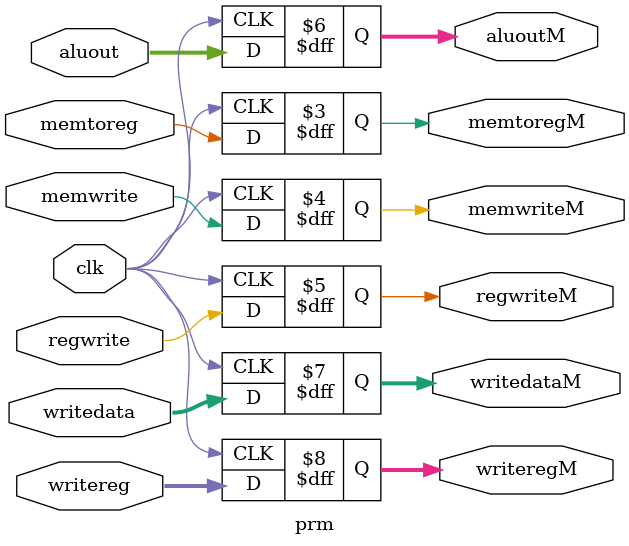
<source format=sv>
`timescale 1ns / 1ps


module prm(
input logic clk,
input logic memtoreg,memwrite,regwrite,
input logic [31:0]aluout,writedata,
input logic [4:0]writereg,
output logic memtoregM,memwriteM,regwriteM,
output logic [31:0]aluoutM,writedataM,
output logic [4:0]writeregM
    );
initial
    {memtoregM,memwriteM,regwriteM,aluoutM,writedataM,writeregM}<={72{1'b0}};
always @(posedge clk)
    {memtoregM,memwriteM,regwriteM,aluoutM,writedataM,writeregM} <= {memtoreg,memwrite,regwrite,aluout,writedata,writereg};
endmodule

</source>
